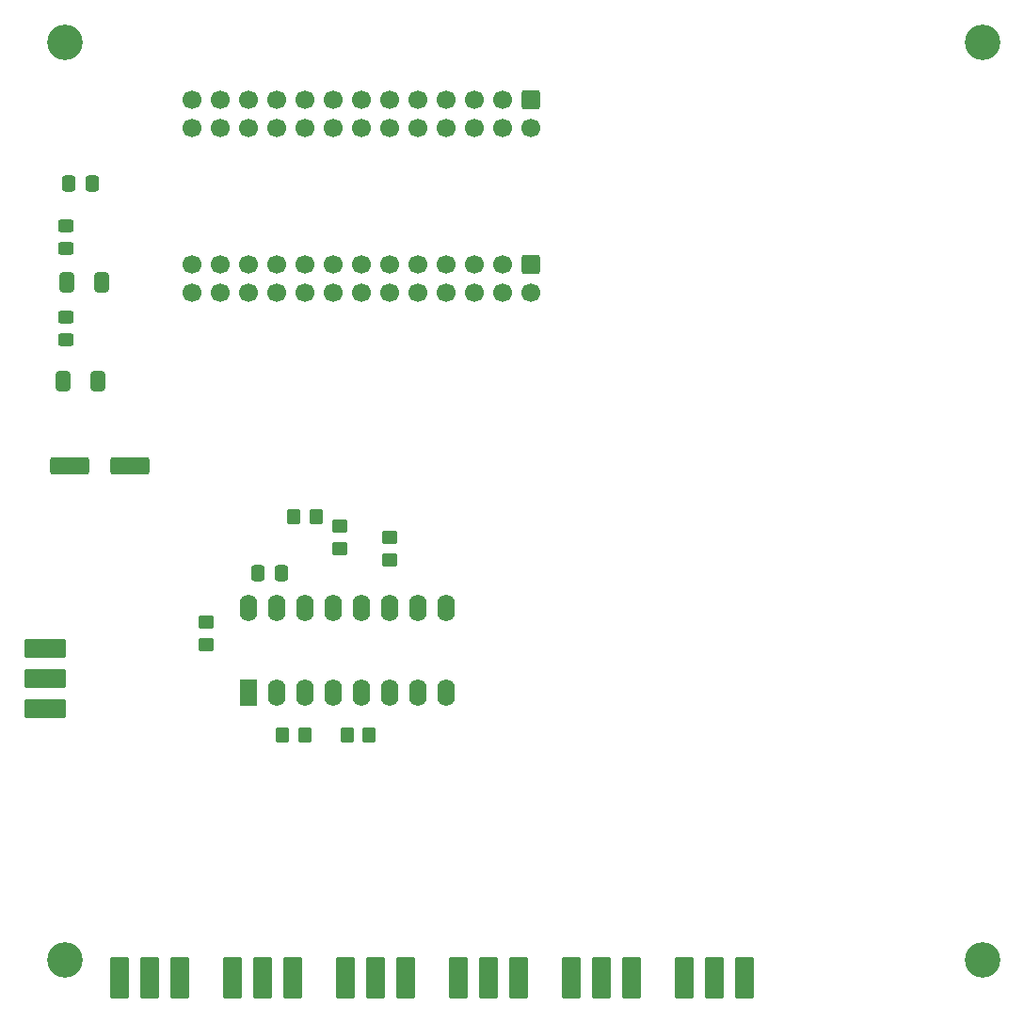
<source format=gbr>
%TF.GenerationSoftware,KiCad,Pcbnew,8.0.3*%
%TF.CreationDate,2024-06-20T11:56:58+02:00*%
%TF.ProjectId,Mux Brd V1,4d757820-4272-4642-9056-312e6b696361,rev?*%
%TF.SameCoordinates,Original*%
%TF.FileFunction,Soldermask,Top*%
%TF.FilePolarity,Negative*%
%FSLAX46Y46*%
G04 Gerber Fmt 4.6, Leading zero omitted, Abs format (unit mm)*
G04 Created by KiCad (PCBNEW 8.0.3) date 2024-06-20 11:56:58*
%MOMM*%
%LPD*%
G01*
G04 APERTURE LIST*
G04 Aperture macros list*
%AMRoundRect*
0 Rectangle with rounded corners*
0 $1 Rounding radius*
0 $2 $3 $4 $5 $6 $7 $8 $9 X,Y pos of 4 corners*
0 Add a 4 corners polygon primitive as box body*
4,1,4,$2,$3,$4,$5,$6,$7,$8,$9,$2,$3,0*
0 Add four circle primitives for the rounded corners*
1,1,$1+$1,$2,$3*
1,1,$1+$1,$4,$5*
1,1,$1+$1,$6,$7*
1,1,$1+$1,$8,$9*
0 Add four rect primitives between the rounded corners*
20,1,$1+$1,$2,$3,$4,$5,0*
20,1,$1+$1,$4,$5,$6,$7,0*
20,1,$1+$1,$6,$7,$8,$9,0*
20,1,$1+$1,$8,$9,$2,$3,0*%
G04 Aperture macros list end*
%ADD10R,1.600000X2.400000*%
%ADD11O,1.600000X2.400000*%
%ADD12RoundRect,0.250000X-0.337500X-0.475000X0.337500X-0.475000X0.337500X0.475000X-0.337500X0.475000X0*%
%ADD13C,3.200000*%
%ADD14RoundRect,0.249999X-0.350001X-0.450001X0.350001X-0.450001X0.350001X0.450001X-0.350001X0.450001X0*%
%ADD15RoundRect,0.249999X0.450001X-0.350001X0.450001X0.350001X-0.450001X0.350001X-0.450001X-0.350001X0*%
%ADD16RoundRect,0.249999X-0.412501X-0.650001X0.412501X-0.650001X0.412501X0.650001X-0.412501X0.650001X0*%
%ADD17RoundRect,0.250000X-1.500000X-0.550000X1.500000X-0.550000X1.500000X0.550000X-1.500000X0.550000X0*%
%ADD18RoundRect,0.249999X0.450001X-0.325001X0.450001X0.325001X-0.450001X0.325001X-0.450001X-0.325001X0*%
%ADD19RoundRect,0.249999X0.350001X0.450001X-0.350001X0.450001X-0.350001X-0.450001X0.350001X-0.450001X0*%
%ADD20RoundRect,0.250000X-0.600000X0.600000X-0.600000X-0.600000X0.600000X-0.600000X0.600000X0.600000X0*%
%ADD21C,1.700000*%
%ADD22RoundRect,0.102000X-1.750000X-0.750000X1.750000X-0.750000X1.750000X0.750000X-1.750000X0.750000X0*%
%ADD23RoundRect,0.102000X0.750000X-1.750000X0.750000X1.750000X-0.750000X1.750000X-0.750000X-1.750000X0*%
G04 APERTURE END LIST*
D10*
%TO.C,U1*%
X46990000Y-90170000D03*
D11*
X49530000Y-90170000D03*
X52070000Y-90170000D03*
X54610000Y-90170000D03*
X57150000Y-90170000D03*
X59690000Y-90170000D03*
X62230000Y-90170000D03*
X64770000Y-90170000D03*
X64770000Y-82550000D03*
X62230000Y-82550000D03*
X59690000Y-82550000D03*
X57150000Y-82550000D03*
X54610000Y-82550000D03*
X52070000Y-82550000D03*
X49530000Y-82550000D03*
X46990000Y-82550000D03*
%TD*%
D12*
%TO.C,C1*%
X30839500Y-44323000D03*
X32914500Y-44323000D03*
%TD*%
D13*
%TO.C,H1*%
X30480000Y-31623000D03*
%TD*%
%TO.C,H2*%
X113030000Y-31623000D03*
%TD*%
%TO.C,H3*%
X113030000Y-114173000D03*
%TD*%
%TO.C,H4*%
X30480000Y-114173000D03*
%TD*%
D14*
%TO.C,R2*%
X51070000Y-74295000D03*
X53070000Y-74295000D03*
%TD*%
D15*
%TO.C,R1*%
X55245000Y-77200000D03*
X55245000Y-75200000D03*
%TD*%
D16*
%TO.C,C3*%
X30657000Y-53213000D03*
X33782000Y-53213000D03*
%TD*%
%TO.C,C4*%
X30314500Y-62103000D03*
X33439500Y-62103000D03*
%TD*%
D17*
%TO.C,C5*%
X30955000Y-69723000D03*
X36355000Y-69723000D03*
%TD*%
D18*
%TO.C,L1*%
X30607000Y-50183000D03*
X30607000Y-48133000D03*
%TD*%
%TO.C,L2*%
X30607000Y-58438000D03*
X30607000Y-56388000D03*
%TD*%
D12*
%TO.C,C2*%
X47857500Y-79375000D03*
X49932500Y-79375000D03*
%TD*%
D15*
%TO.C,R3*%
X43180000Y-85820000D03*
X43180000Y-83820000D03*
%TD*%
%TO.C,R4*%
X59690000Y-78200000D03*
X59690000Y-76200000D03*
%TD*%
D14*
%TO.C,R5*%
X50070000Y-93980000D03*
X52070000Y-93980000D03*
%TD*%
D19*
%TO.C,R6*%
X57880000Y-93980000D03*
X55880000Y-93980000D03*
%TD*%
D20*
%TO.C,J-RP-Ext1-1*%
X72390000Y-36804600D03*
D21*
X72390000Y-39344600D03*
X69850000Y-36804600D03*
X69850000Y-39344600D03*
X67310000Y-36804600D03*
X67310000Y-39344600D03*
X64770000Y-36804600D03*
X64770000Y-39344600D03*
X62230000Y-36804600D03*
X62230000Y-39344600D03*
X59690000Y-36804600D03*
X59690000Y-39344600D03*
X57150000Y-36804600D03*
X57150000Y-39344600D03*
X54610000Y-36804600D03*
X54610000Y-39344600D03*
X52070000Y-36804600D03*
X52070000Y-39344600D03*
X49530000Y-36804600D03*
X49530000Y-39344600D03*
X46990000Y-36804600D03*
X46990000Y-39344600D03*
X44450000Y-36804600D03*
X44450000Y-39344600D03*
X41910000Y-36804600D03*
X41910000Y-39344600D03*
%TD*%
D20*
%TO.C,J-RP-Ext1-2*%
X72440800Y-51587400D03*
D21*
X72440800Y-54127400D03*
X69900800Y-51587400D03*
X69900800Y-54127400D03*
X67360800Y-51587400D03*
X67360800Y-54127400D03*
X64820800Y-51587400D03*
X64820800Y-54127400D03*
X62280800Y-51587400D03*
X62280800Y-54127400D03*
X59740800Y-51587400D03*
X59740800Y-54127400D03*
X57200800Y-51587400D03*
X57200800Y-54127400D03*
X54660800Y-51587400D03*
X54660800Y-54127400D03*
X52120800Y-51587400D03*
X52120800Y-54127400D03*
X49580800Y-51587400D03*
X49580800Y-54127400D03*
X47040800Y-51587400D03*
X47040800Y-54127400D03*
X44500800Y-51587400D03*
X44500800Y-54127400D03*
X41960800Y-51587400D03*
X41960800Y-54127400D03*
%TD*%
D22*
%TO.C,RP-Out-1*%
X28702000Y-88900000D03*
X28702000Y-86200000D03*
X28702000Y-91600000D03*
%TD*%
D23*
%TO.C,SiPM-In-1*%
X38100000Y-115824000D03*
X35400000Y-115824000D03*
X40800000Y-115824000D03*
%TD*%
%TO.C,SiPM-In-2*%
X48260000Y-115824000D03*
X45560000Y-115824000D03*
X50960000Y-115824000D03*
%TD*%
%TO.C,SiPM-In-3*%
X58420000Y-115824000D03*
X55720000Y-115824000D03*
X61120000Y-115824000D03*
%TD*%
%TO.C,SiPM-In-4*%
X68580000Y-115824000D03*
X65880000Y-115824000D03*
X71280000Y-115824000D03*
%TD*%
%TO.C,SiPM-In-5*%
X78740000Y-115824000D03*
X76040000Y-115824000D03*
X81440000Y-115824000D03*
%TD*%
%TO.C,SiPM-In-6*%
X88900000Y-115824000D03*
X86200000Y-115824000D03*
X91600000Y-115824000D03*
%TD*%
M02*

</source>
